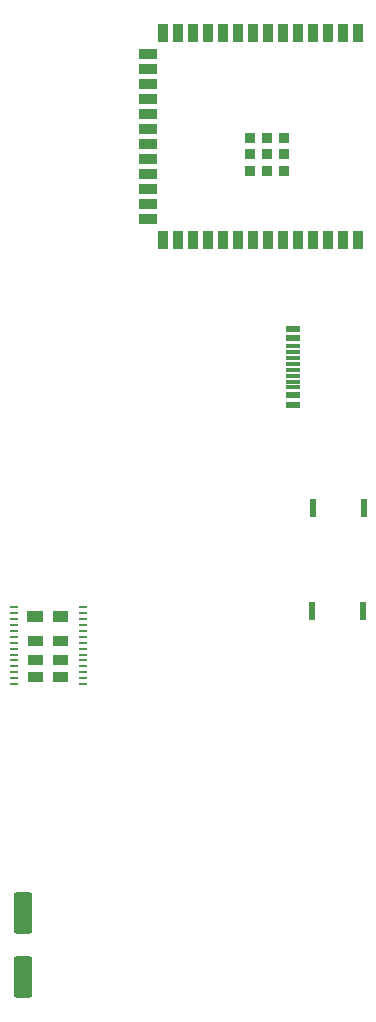
<source format=gbr>
%TF.GenerationSoftware,KiCad,Pcbnew,7.0.7*%
%TF.CreationDate,2023-09-19T19:08:14-04:00*%
%TF.ProjectId,bitaxeUltra,62697461-7865-4556-9c74-72612e6b6963,rev?*%
%TF.SameCoordinates,Original*%
%TF.FileFunction,Paste,Bot*%
%TF.FilePolarity,Positive*%
%FSLAX46Y46*%
G04 Gerber Fmt 4.6, Leading zero omitted, Abs format (unit mm)*
G04 Created by KiCad (PCBNEW 7.0.7) date 2023-09-19 19:08:14*
%MOMM*%
%LPD*%
G01*
G04 APERTURE LIST*
G04 Aperture macros list*
%AMRoundRect*
0 Rectangle with rounded corners*
0 $1 Rounding radius*
0 $2 $3 $4 $5 $6 $7 $8 $9 X,Y pos of 4 corners*
0 Add a 4 corners polygon primitive as box body*
4,1,4,$2,$3,$4,$5,$6,$7,$8,$9,$2,$3,0*
0 Add four circle primitives for the rounded corners*
1,1,$1+$1,$2,$3*
1,1,$1+$1,$4,$5*
1,1,$1+$1,$6,$7*
1,1,$1+$1,$8,$9*
0 Add four rect primitives between the rounded corners*
20,1,$1+$1,$2,$3,$4,$5,0*
20,1,$1+$1,$4,$5,$6,$7,0*
20,1,$1+$1,$6,$7,$8,$9,0*
20,1,$1+$1,$8,$9,$2,$3,0*%
G04 Aperture macros list end*
%ADD10C,0.001000*%
%ADD11R,1.150000X0.600000*%
%ADD12R,1.150000X0.300000*%
%ADD13R,0.900000X1.500000*%
%ADD14R,1.500000X0.900000*%
%ADD15R,0.900000X0.900000*%
%ADD16R,0.792000X0.221000*%
%ADD17RoundRect,0.250000X-0.550000X1.500000X-0.550000X-1.500000X0.550000X-1.500000X0.550000X1.500000X0*%
%ADD18R,0.508000X1.524000*%
G04 APERTURE END LIST*
D10*
%TO.C,U14*%
X107242000Y-118273000D02*
X106042000Y-118273000D01*
X106042000Y-118273000D02*
X106042000Y-119063000D01*
X106042000Y-119063000D02*
X107242000Y-119063000D01*
X107242000Y-119063000D02*
X107242000Y-118273000D01*
G36*
X107242000Y-118273000D02*
G01*
X106042000Y-118273000D01*
X106042000Y-119063000D01*
X107242000Y-119063000D01*
X107242000Y-118273000D01*
G37*
X107242000Y-115243000D02*
X106042000Y-115243000D01*
X106042000Y-115243000D02*
X106042000Y-116033000D01*
X106042000Y-116033000D02*
X107242000Y-116033000D01*
X107242000Y-116033000D02*
X107242000Y-115243000D01*
G36*
X107242000Y-115243000D02*
G01*
X106042000Y-115243000D01*
X106042000Y-116033000D01*
X107242000Y-116033000D01*
X107242000Y-115243000D01*
G37*
X107222000Y-116833000D02*
X106022000Y-116833000D01*
X106022000Y-116833000D02*
X106022000Y-117623000D01*
X106022000Y-117623000D02*
X107222000Y-117623000D01*
X107222000Y-117623000D02*
X107222000Y-116833000D01*
G36*
X107222000Y-116833000D02*
G01*
X106022000Y-116833000D01*
X106022000Y-117623000D01*
X107222000Y-117623000D01*
X107222000Y-116833000D01*
G37*
X107192000Y-113163000D02*
X105992000Y-113163000D01*
X105992000Y-113163000D02*
X105992000Y-113953000D01*
X105992000Y-113953000D02*
X107192000Y-113953000D01*
X107192000Y-113953000D02*
X107192000Y-113163000D01*
G36*
X107192000Y-113163000D02*
G01*
X105992000Y-113163000D01*
X105992000Y-113953000D01*
X107192000Y-113953000D01*
X107192000Y-113163000D01*
G37*
X105112000Y-118268000D02*
X103912000Y-118268000D01*
X103912000Y-118268000D02*
X103912000Y-119058000D01*
X103912000Y-119058000D02*
X105112000Y-119058000D01*
X105112000Y-119058000D02*
X105112000Y-118268000D01*
G36*
X105112000Y-118268000D02*
G01*
X103912000Y-118268000D01*
X103912000Y-119058000D01*
X105112000Y-119058000D01*
X105112000Y-118268000D01*
G37*
X105112000Y-115238000D02*
X103912000Y-115238000D01*
X103912000Y-115238000D02*
X103912000Y-116028000D01*
X103912000Y-116028000D02*
X105112000Y-116028000D01*
X105112000Y-116028000D02*
X105112000Y-115238000D01*
G36*
X105112000Y-115238000D02*
G01*
X103912000Y-115238000D01*
X103912000Y-116028000D01*
X105112000Y-116028000D01*
X105112000Y-115238000D01*
G37*
X105092000Y-116828000D02*
X103892000Y-116828000D01*
X103892000Y-116828000D02*
X103892000Y-117618000D01*
X103892000Y-117618000D02*
X105092000Y-117618000D01*
X105092000Y-117618000D02*
X105092000Y-116828000D01*
G36*
X105092000Y-116828000D02*
G01*
X103892000Y-116828000D01*
X103892000Y-117618000D01*
X105092000Y-117618000D01*
X105092000Y-116828000D01*
G37*
X105062000Y-113158000D02*
X103862000Y-113158000D01*
X103862000Y-113158000D02*
X103862000Y-113948000D01*
X103862000Y-113948000D02*
X105062000Y-113948000D01*
X105062000Y-113948000D02*
X105062000Y-113158000D01*
G36*
X105062000Y-113158000D02*
G01*
X103862000Y-113158000D01*
X103862000Y-113948000D01*
X105062000Y-113948000D01*
X105062000Y-113158000D01*
G37*
%TD*%
D11*
%TO.C,J8*%
X126368000Y-89256000D03*
X126368000Y-90056000D03*
D12*
X126368000Y-91206000D03*
X126368000Y-92206000D03*
X126368000Y-92706000D03*
X126368000Y-93706000D03*
D11*
X126368000Y-94856000D03*
X126368000Y-95656000D03*
X126368000Y-95656000D03*
X126368000Y-94856000D03*
D12*
X126368000Y-94206000D03*
X126368000Y-93206000D03*
X126368000Y-91706000D03*
X126368000Y-90706000D03*
D11*
X126368000Y-90056000D03*
X126368000Y-89256000D03*
%TD*%
D13*
%TO.C,U12*%
X131870000Y-81710000D03*
X130600000Y-81710000D03*
X129330000Y-81710000D03*
X128060000Y-81710000D03*
X126790000Y-81710000D03*
X125520000Y-81710000D03*
X124250000Y-81710000D03*
X122980000Y-81710000D03*
X121710000Y-81710000D03*
X120440000Y-81710000D03*
X119170000Y-81710000D03*
X117900000Y-81710000D03*
X116630000Y-81710000D03*
X115360000Y-81710000D03*
D14*
X114110000Y-79945000D03*
X114110000Y-78675000D03*
X114110000Y-77405000D03*
X114110000Y-76135000D03*
X114110000Y-74865000D03*
X114110000Y-73595000D03*
X114110000Y-72325000D03*
X114110000Y-71055000D03*
X114110000Y-69785000D03*
X114110000Y-68515000D03*
X114110000Y-67245000D03*
X114110000Y-65975000D03*
D13*
X115360000Y-64210000D03*
X116630000Y-64210000D03*
X117900000Y-64210000D03*
X119170000Y-64210000D03*
X120440000Y-64210000D03*
X121710000Y-64210000D03*
X122980000Y-64210000D03*
X124250000Y-64210000D03*
X125520000Y-64210000D03*
X126790000Y-64210000D03*
X128060000Y-64210000D03*
X129330000Y-64210000D03*
X130600000Y-64210000D03*
X131870000Y-64210000D03*
D15*
X122750000Y-75860000D03*
X124150000Y-75860000D03*
X125550000Y-75860000D03*
X122750000Y-74460000D03*
X124150000Y-74460000D03*
X125550000Y-74460000D03*
X122750000Y-73060000D03*
X124150000Y-73060000D03*
X125550000Y-73060000D03*
%TD*%
D16*
%TO.C,U14*%
X108528000Y-112805000D03*
X108528000Y-113307000D03*
X108528000Y-113809000D03*
X108528000Y-114311000D03*
X108528000Y-114813000D03*
X108528000Y-115315000D03*
X108528000Y-115817000D03*
X108528000Y-116319000D03*
X108528000Y-116821000D03*
X108528000Y-117323000D03*
X108528000Y-117825000D03*
X108528000Y-118327000D03*
X108528000Y-118829000D03*
X108528000Y-119331000D03*
X102696000Y-119318000D03*
X102696000Y-118818000D03*
X102696000Y-118318000D03*
X102696000Y-117818000D03*
X102696000Y-117318000D03*
X102696000Y-116821000D03*
X102696000Y-116318000D03*
X102696000Y-115817000D03*
X102696000Y-115315000D03*
X102696000Y-114813000D03*
X102696000Y-114311000D03*
X102696000Y-113818000D03*
X102696000Y-113307000D03*
X102696000Y-112818000D03*
%TD*%
D17*
%TO.C,C28*%
X103490000Y-138720000D03*
X103490000Y-144120000D03*
%TD*%
D18*
%TO.C,SW1*%
X132345000Y-104448000D03*
X128027000Y-104448000D03*
%TD*%
%TO.C,SW2*%
X132241000Y-113155000D03*
X127923000Y-113155000D03*
%TD*%
M02*

</source>
